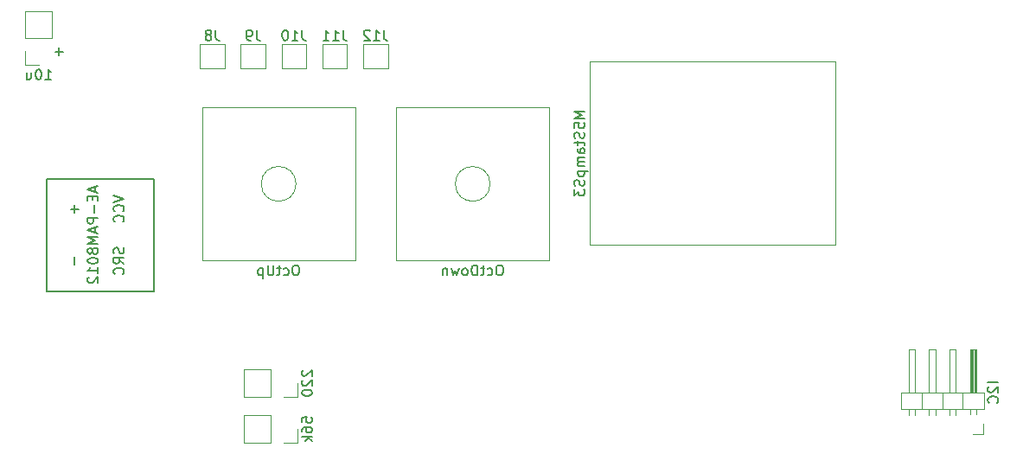
<source format=gbo>
G04 #@! TF.GenerationSoftware,KiCad,Pcbnew,(5.1.8)-1*
G04 #@! TF.CreationDate,2023-04-24T00:28:35+09:00*
G04 #@! TF.ProjectId,windsynth,77696e64-7379-46e7-9468-2e6b69636164,rev?*
G04 #@! TF.SameCoordinates,Original*
G04 #@! TF.FileFunction,Legend,Bot*
G04 #@! TF.FilePolarity,Positive*
%FSLAX46Y46*%
G04 Gerber Fmt 4.6, Leading zero omitted, Abs format (unit mm)*
G04 Created by KiCad (PCBNEW (5.1.8)-1) date 2023-04-24 00:28:35*
%MOMM*%
%LPD*%
G01*
G04 APERTURE LIST*
%ADD10C,0.150000*%
%ADD11C,0.120000*%
G04 APERTURE END LIST*
D10*
X129880952Y-74071428D02*
X129119047Y-74071428D01*
X129500000Y-74452380D02*
X129500000Y-73690476D01*
D11*
G04 #@! TO.C,10u*
X126170000Y-70130000D02*
X128830000Y-70130000D01*
X126170000Y-72730000D02*
X126170000Y-70130000D01*
X128830000Y-72730000D02*
X128830000Y-70130000D01*
X126170000Y-72730000D02*
X128830000Y-72730000D01*
X126170000Y-74000000D02*
X126170000Y-75330000D01*
X126170000Y-75330000D02*
X127500000Y-75330000D01*
G04 #@! TO.C,I2C*
X220000000Y-111500000D02*
X220000000Y-110500000D01*
X219000000Y-111500000D02*
X220000000Y-111500000D01*
X212690000Y-109617886D02*
X212690000Y-109060000D01*
X213310000Y-109617886D02*
X213310000Y-109060000D01*
X212690000Y-103240000D02*
X212690000Y-107440000D01*
X213310000Y-103240000D02*
X212690000Y-103240000D01*
X213310000Y-107440000D02*
X213310000Y-103240000D01*
X214000000Y-109060000D02*
X214000000Y-107440000D01*
X214690000Y-109617886D02*
X214690000Y-109060000D01*
X215310000Y-109617886D02*
X215310000Y-109060000D01*
X214690000Y-103240000D02*
X214690000Y-107440000D01*
X215310000Y-103240000D02*
X214690000Y-103240000D01*
X215310000Y-107440000D02*
X215310000Y-103240000D01*
X216000000Y-109060000D02*
X216000000Y-107440000D01*
X216690000Y-109617886D02*
X216690000Y-109060000D01*
X217310000Y-109617886D02*
X217310000Y-109060000D01*
X216690000Y-103240000D02*
X216690000Y-107440000D01*
X217310000Y-103240000D02*
X216690000Y-103240000D01*
X217310000Y-107440000D02*
X217310000Y-103240000D01*
X218000000Y-109060000D02*
X218000000Y-107440000D01*
X218690000Y-109565000D02*
X218690000Y-109060000D01*
X219310000Y-109565000D02*
X219310000Y-109060000D01*
X218770000Y-107440000D02*
X218770000Y-103240000D01*
X218890000Y-107440000D02*
X218890000Y-103240000D01*
X219010000Y-107440000D02*
X219010000Y-103240000D01*
X219130000Y-107440000D02*
X219130000Y-103240000D01*
X219250000Y-107440000D02*
X219250000Y-103240000D01*
X218690000Y-103240000D02*
X218690000Y-107440000D01*
X219310000Y-103240000D02*
X218690000Y-103240000D01*
X219310000Y-107440000D02*
X219310000Y-103240000D01*
X220060000Y-107440000D02*
X220060000Y-109060000D01*
X211940000Y-107440000D02*
X220060000Y-107440000D01*
X211940000Y-109060000D02*
X211940000Y-107440000D01*
X220060000Y-109060000D02*
X211940000Y-109060000D01*
D10*
G04 #@! TO.C,AE-PAM8012*
X128300000Y-86500000D02*
X128300000Y-97500000D01*
X138800000Y-86500000D02*
X128300000Y-86500000D01*
X138800000Y-97500000D02*
X138800000Y-86500000D01*
X128300000Y-97500000D02*
X138800000Y-97500000D01*
D11*
G04 #@! TO.C,OctDown*
X171700000Y-87000000D02*
G75*
G03*
X171700000Y-87000000I-1700000J0D01*
G01*
X177500000Y-79500000D02*
X177500000Y-94500000D01*
X162500000Y-79500000D02*
X177500000Y-79500000D01*
X162500000Y-94500000D02*
X162500000Y-79500000D01*
X177500000Y-94500000D02*
X162500000Y-94500000D01*
G04 #@! TO.C,OctUp*
X158500000Y-94500000D02*
X143500000Y-94500000D01*
X143500000Y-94500000D02*
X143500000Y-79500000D01*
X143500000Y-79500000D02*
X158500000Y-79500000D01*
X158500000Y-79500000D02*
X158500000Y-94500000D01*
X152700000Y-87000000D02*
G75*
G03*
X152700000Y-87000000I-1700000J0D01*
G01*
G04 #@! TO.C,56k*
X152830000Y-112330000D02*
X152830000Y-111000000D01*
X151500000Y-112330000D02*
X152830000Y-112330000D01*
X150230000Y-112330000D02*
X150230000Y-109670000D01*
X150230000Y-109670000D02*
X147630000Y-109670000D01*
X150230000Y-112330000D02*
X147630000Y-112330000D01*
X147630000Y-112330000D02*
X147630000Y-109670000D01*
G04 #@! TO.C,220*
X152830000Y-107830000D02*
X152830000Y-106500000D01*
X151500000Y-107830000D02*
X152830000Y-107830000D01*
X150230000Y-107830000D02*
X150230000Y-105170000D01*
X150230000Y-105170000D02*
X147630000Y-105170000D01*
X150230000Y-107830000D02*
X147630000Y-107830000D01*
X147630000Y-107830000D02*
X147630000Y-105170000D01*
G04 #@! TO.C,M5StampS3*
X181500000Y-75000000D02*
X181500000Y-93000000D01*
X181500000Y-93000000D02*
X205500000Y-93000000D01*
X205500000Y-93000000D02*
X205500000Y-75000000D01*
X205500000Y-75000000D02*
X181500000Y-75000000D01*
G04 #@! TO.C,J8*
X145700000Y-73300000D02*
X143300000Y-73300000D01*
X143300000Y-73300000D02*
X143300000Y-75700000D01*
X143300000Y-75700000D02*
X145700000Y-75700000D01*
X145700000Y-75700000D02*
X145700000Y-73300000D01*
G04 #@! TO.C,J9*
X149700000Y-75700000D02*
X149700000Y-73300000D01*
X147300000Y-75700000D02*
X149700000Y-75700000D01*
X147300000Y-73300000D02*
X147300000Y-75700000D01*
X149700000Y-73300000D02*
X147300000Y-73300000D01*
G04 #@! TO.C,J10*
X153700000Y-73300000D02*
X151300000Y-73300000D01*
X151300000Y-73300000D02*
X151300000Y-75700000D01*
X151300000Y-75700000D02*
X153700000Y-75700000D01*
X153700000Y-75700000D02*
X153700000Y-73300000D01*
G04 #@! TO.C,J11*
X157700000Y-75700000D02*
X157700000Y-73300000D01*
X155300000Y-75700000D02*
X157700000Y-75700000D01*
X155300000Y-73300000D02*
X155300000Y-75700000D01*
X157700000Y-73300000D02*
X155300000Y-73300000D01*
G04 #@! TO.C,J12*
X161700000Y-73300000D02*
X159300000Y-73300000D01*
X159300000Y-73300000D02*
X159300000Y-75700000D01*
X159300000Y-75700000D02*
X161700000Y-75700000D01*
X161700000Y-75700000D02*
X161700000Y-73300000D01*
G04 #@! TO.C,10u*
D10*
X128142857Y-76782380D02*
X128714285Y-76782380D01*
X128428571Y-76782380D02*
X128428571Y-75782380D01*
X128523809Y-75925238D01*
X128619047Y-76020476D01*
X128714285Y-76068095D01*
X127523809Y-75782380D02*
X127428571Y-75782380D01*
X127333333Y-75830000D01*
X127285714Y-75877619D01*
X127238095Y-75972857D01*
X127190476Y-76163333D01*
X127190476Y-76401428D01*
X127238095Y-76591904D01*
X127285714Y-76687142D01*
X127333333Y-76734761D01*
X127428571Y-76782380D01*
X127523809Y-76782380D01*
X127619047Y-76734761D01*
X127666666Y-76687142D01*
X127714285Y-76591904D01*
X127761904Y-76401428D01*
X127761904Y-76163333D01*
X127714285Y-75972857D01*
X127666666Y-75877619D01*
X127619047Y-75830000D01*
X127523809Y-75782380D01*
X126333333Y-76115714D02*
X126333333Y-76782380D01*
X126761904Y-76115714D02*
X126761904Y-76639523D01*
X126714285Y-76734761D01*
X126619047Y-76782380D01*
X126476190Y-76782380D01*
X126380952Y-76734761D01*
X126333333Y-76687142D01*
G04 #@! TO.C,I2C*
X221452380Y-106423809D02*
X220452380Y-106423809D01*
X220547619Y-106852380D02*
X220500000Y-106900000D01*
X220452380Y-106995238D01*
X220452380Y-107233333D01*
X220500000Y-107328571D01*
X220547619Y-107376190D01*
X220642857Y-107423809D01*
X220738095Y-107423809D01*
X220880952Y-107376190D01*
X221452380Y-106804761D01*
X221452380Y-107423809D01*
X221357142Y-108423809D02*
X221404761Y-108376190D01*
X221452380Y-108233333D01*
X221452380Y-108138095D01*
X221404761Y-107995238D01*
X221309523Y-107900000D01*
X221214285Y-107852380D01*
X221023809Y-107804761D01*
X220880952Y-107804761D01*
X220690476Y-107852380D01*
X220595238Y-107900000D01*
X220500000Y-107995238D01*
X220452380Y-108138095D01*
X220452380Y-108233333D01*
X220500000Y-108376190D01*
X220547619Y-108423809D01*
G04 #@! TO.C,AE-PAM8012*
X133031666Y-87285714D02*
X133031666Y-87761904D01*
X133317380Y-87190476D02*
X132317380Y-87523809D01*
X133317380Y-87857142D01*
X132793571Y-88190476D02*
X132793571Y-88523809D01*
X133317380Y-88666666D02*
X133317380Y-88190476D01*
X132317380Y-88190476D01*
X132317380Y-88666666D01*
X132936428Y-89095238D02*
X132936428Y-89857142D01*
X133317380Y-90333333D02*
X132317380Y-90333333D01*
X132317380Y-90714285D01*
X132365000Y-90809523D01*
X132412619Y-90857142D01*
X132507857Y-90904761D01*
X132650714Y-90904761D01*
X132745952Y-90857142D01*
X132793571Y-90809523D01*
X132841190Y-90714285D01*
X132841190Y-90333333D01*
X133031666Y-91285714D02*
X133031666Y-91761904D01*
X133317380Y-91190476D02*
X132317380Y-91523809D01*
X133317380Y-91857142D01*
X133317380Y-92190476D02*
X132317380Y-92190476D01*
X133031666Y-92523809D01*
X132317380Y-92857142D01*
X133317380Y-92857142D01*
X132745952Y-93476190D02*
X132698333Y-93380952D01*
X132650714Y-93333333D01*
X132555476Y-93285714D01*
X132507857Y-93285714D01*
X132412619Y-93333333D01*
X132365000Y-93380952D01*
X132317380Y-93476190D01*
X132317380Y-93666666D01*
X132365000Y-93761904D01*
X132412619Y-93809523D01*
X132507857Y-93857142D01*
X132555476Y-93857142D01*
X132650714Y-93809523D01*
X132698333Y-93761904D01*
X132745952Y-93666666D01*
X132745952Y-93476190D01*
X132793571Y-93380952D01*
X132841190Y-93333333D01*
X132936428Y-93285714D01*
X133126904Y-93285714D01*
X133222142Y-93333333D01*
X133269761Y-93380952D01*
X133317380Y-93476190D01*
X133317380Y-93666666D01*
X133269761Y-93761904D01*
X133222142Y-93809523D01*
X133126904Y-93857142D01*
X132936428Y-93857142D01*
X132841190Y-93809523D01*
X132793571Y-93761904D01*
X132745952Y-93666666D01*
X132317380Y-94476190D02*
X132317380Y-94571428D01*
X132365000Y-94666666D01*
X132412619Y-94714285D01*
X132507857Y-94761904D01*
X132698333Y-94809523D01*
X132936428Y-94809523D01*
X133126904Y-94761904D01*
X133222142Y-94714285D01*
X133269761Y-94666666D01*
X133317380Y-94571428D01*
X133317380Y-94476190D01*
X133269761Y-94380952D01*
X133222142Y-94333333D01*
X133126904Y-94285714D01*
X132936428Y-94238095D01*
X132698333Y-94238095D01*
X132507857Y-94285714D01*
X132412619Y-94333333D01*
X132365000Y-94380952D01*
X132317380Y-94476190D01*
X133317380Y-95761904D02*
X133317380Y-95190476D01*
X133317380Y-95476190D02*
X132317380Y-95476190D01*
X132460238Y-95380952D01*
X132555476Y-95285714D01*
X132603095Y-95190476D01*
X132412619Y-96142857D02*
X132365000Y-96190476D01*
X132317380Y-96285714D01*
X132317380Y-96523809D01*
X132365000Y-96619047D01*
X132412619Y-96666666D01*
X132507857Y-96714285D01*
X132603095Y-96714285D01*
X132745952Y-96666666D01*
X133317380Y-96095238D01*
X133317380Y-96714285D01*
X135809761Y-93254285D02*
X135857380Y-93397142D01*
X135857380Y-93635238D01*
X135809761Y-93730476D01*
X135762142Y-93778095D01*
X135666904Y-93825714D01*
X135571666Y-93825714D01*
X135476428Y-93778095D01*
X135428809Y-93730476D01*
X135381190Y-93635238D01*
X135333571Y-93444761D01*
X135285952Y-93349523D01*
X135238333Y-93301904D01*
X135143095Y-93254285D01*
X135047857Y-93254285D01*
X134952619Y-93301904D01*
X134905000Y-93349523D01*
X134857380Y-93444761D01*
X134857380Y-93682857D01*
X134905000Y-93825714D01*
X135857380Y-94825714D02*
X135381190Y-94492380D01*
X135857380Y-94254285D02*
X134857380Y-94254285D01*
X134857380Y-94635238D01*
X134905000Y-94730476D01*
X134952619Y-94778095D01*
X135047857Y-94825714D01*
X135190714Y-94825714D01*
X135285952Y-94778095D01*
X135333571Y-94730476D01*
X135381190Y-94635238D01*
X135381190Y-94254285D01*
X135762142Y-95825714D02*
X135809761Y-95778095D01*
X135857380Y-95635238D01*
X135857380Y-95540000D01*
X135809761Y-95397142D01*
X135714523Y-95301904D01*
X135619285Y-95254285D01*
X135428809Y-95206666D01*
X135285952Y-95206666D01*
X135095476Y-95254285D01*
X135000238Y-95301904D01*
X134905000Y-95397142D01*
X134857380Y-95540000D01*
X134857380Y-95635238D01*
X134905000Y-95778095D01*
X134952619Y-95825714D01*
X134857380Y-88126666D02*
X135857380Y-88460000D01*
X134857380Y-88793333D01*
X135762142Y-89698095D02*
X135809761Y-89650476D01*
X135857380Y-89507619D01*
X135857380Y-89412380D01*
X135809761Y-89269523D01*
X135714523Y-89174285D01*
X135619285Y-89126666D01*
X135428809Y-89079047D01*
X135285952Y-89079047D01*
X135095476Y-89126666D01*
X135000238Y-89174285D01*
X134905000Y-89269523D01*
X134857380Y-89412380D01*
X134857380Y-89507619D01*
X134905000Y-89650476D01*
X134952619Y-89698095D01*
X135762142Y-90698095D02*
X135809761Y-90650476D01*
X135857380Y-90507619D01*
X135857380Y-90412380D01*
X135809761Y-90269523D01*
X135714523Y-90174285D01*
X135619285Y-90126666D01*
X135428809Y-90079047D01*
X135285952Y-90079047D01*
X135095476Y-90126666D01*
X135000238Y-90174285D01*
X134905000Y-90269523D01*
X134857380Y-90412380D01*
X134857380Y-90507619D01*
X134905000Y-90650476D01*
X134952619Y-90698095D01*
X131031428Y-94159047D02*
X131031428Y-94920952D01*
X131031428Y-89079047D02*
X131031428Y-89840952D01*
X131412380Y-89460000D02*
X130650476Y-89460000D01*
G04 #@! TO.C,OctDown*
X172738095Y-94952380D02*
X172547619Y-94952380D01*
X172452380Y-95000000D01*
X172357142Y-95095238D01*
X172309523Y-95285714D01*
X172309523Y-95619047D01*
X172357142Y-95809523D01*
X172452380Y-95904761D01*
X172547619Y-95952380D01*
X172738095Y-95952380D01*
X172833333Y-95904761D01*
X172928571Y-95809523D01*
X172976190Y-95619047D01*
X172976190Y-95285714D01*
X172928571Y-95095238D01*
X172833333Y-95000000D01*
X172738095Y-94952380D01*
X171452380Y-95904761D02*
X171547619Y-95952380D01*
X171738095Y-95952380D01*
X171833333Y-95904761D01*
X171880952Y-95857142D01*
X171928571Y-95761904D01*
X171928571Y-95476190D01*
X171880952Y-95380952D01*
X171833333Y-95333333D01*
X171738095Y-95285714D01*
X171547619Y-95285714D01*
X171452380Y-95333333D01*
X171166666Y-95285714D02*
X170785714Y-95285714D01*
X171023809Y-94952380D02*
X171023809Y-95809523D01*
X170976190Y-95904761D01*
X170880952Y-95952380D01*
X170785714Y-95952380D01*
X170452380Y-95952380D02*
X170452380Y-94952380D01*
X170214285Y-94952380D01*
X170071428Y-95000000D01*
X169976190Y-95095238D01*
X169928571Y-95190476D01*
X169880952Y-95380952D01*
X169880952Y-95523809D01*
X169928571Y-95714285D01*
X169976190Y-95809523D01*
X170071428Y-95904761D01*
X170214285Y-95952380D01*
X170452380Y-95952380D01*
X169309523Y-95952380D02*
X169404761Y-95904761D01*
X169452380Y-95857142D01*
X169500000Y-95761904D01*
X169500000Y-95476190D01*
X169452380Y-95380952D01*
X169404761Y-95333333D01*
X169309523Y-95285714D01*
X169166666Y-95285714D01*
X169071428Y-95333333D01*
X169023809Y-95380952D01*
X168976190Y-95476190D01*
X168976190Y-95761904D01*
X169023809Y-95857142D01*
X169071428Y-95904761D01*
X169166666Y-95952380D01*
X169309523Y-95952380D01*
X168642857Y-95285714D02*
X168452380Y-95952380D01*
X168261904Y-95476190D01*
X168071428Y-95952380D01*
X167880952Y-95285714D01*
X167500000Y-95285714D02*
X167500000Y-95952380D01*
X167500000Y-95380952D02*
X167452380Y-95333333D01*
X167357142Y-95285714D01*
X167214285Y-95285714D01*
X167119047Y-95333333D01*
X167071428Y-95428571D01*
X167071428Y-95952380D01*
G04 #@! TO.C,OctUp*
X152785714Y-94952380D02*
X152595238Y-94952380D01*
X152500000Y-95000000D01*
X152404761Y-95095238D01*
X152357142Y-95285714D01*
X152357142Y-95619047D01*
X152404761Y-95809523D01*
X152500000Y-95904761D01*
X152595238Y-95952380D01*
X152785714Y-95952380D01*
X152880952Y-95904761D01*
X152976190Y-95809523D01*
X153023809Y-95619047D01*
X153023809Y-95285714D01*
X152976190Y-95095238D01*
X152880952Y-95000000D01*
X152785714Y-94952380D01*
X151500000Y-95904761D02*
X151595238Y-95952380D01*
X151785714Y-95952380D01*
X151880952Y-95904761D01*
X151928571Y-95857142D01*
X151976190Y-95761904D01*
X151976190Y-95476190D01*
X151928571Y-95380952D01*
X151880952Y-95333333D01*
X151785714Y-95285714D01*
X151595238Y-95285714D01*
X151500000Y-95333333D01*
X151214285Y-95285714D02*
X150833333Y-95285714D01*
X151071428Y-94952380D02*
X151071428Y-95809523D01*
X151023809Y-95904761D01*
X150928571Y-95952380D01*
X150833333Y-95952380D01*
X150500000Y-94952380D02*
X150500000Y-95761904D01*
X150452380Y-95857142D01*
X150404761Y-95904761D01*
X150309523Y-95952380D01*
X150119047Y-95952380D01*
X150023809Y-95904761D01*
X149976190Y-95857142D01*
X149928571Y-95761904D01*
X149928571Y-94952380D01*
X149452380Y-95285714D02*
X149452380Y-96285714D01*
X149452380Y-95333333D02*
X149357142Y-95285714D01*
X149166666Y-95285714D01*
X149071428Y-95333333D01*
X149023809Y-95380952D01*
X148976190Y-95476190D01*
X148976190Y-95761904D01*
X149023809Y-95857142D01*
X149071428Y-95904761D01*
X149166666Y-95952380D01*
X149357142Y-95952380D01*
X149452380Y-95904761D01*
G04 #@! TO.C,56k*
X153282380Y-110357142D02*
X153282380Y-109880952D01*
X153758571Y-109833333D01*
X153710952Y-109880952D01*
X153663333Y-109976190D01*
X153663333Y-110214285D01*
X153710952Y-110309523D01*
X153758571Y-110357142D01*
X153853809Y-110404761D01*
X154091904Y-110404761D01*
X154187142Y-110357142D01*
X154234761Y-110309523D01*
X154282380Y-110214285D01*
X154282380Y-109976190D01*
X154234761Y-109880952D01*
X154187142Y-109833333D01*
X153282380Y-111261904D02*
X153282380Y-111071428D01*
X153330000Y-110976190D01*
X153377619Y-110928571D01*
X153520476Y-110833333D01*
X153710952Y-110785714D01*
X154091904Y-110785714D01*
X154187142Y-110833333D01*
X154234761Y-110880952D01*
X154282380Y-110976190D01*
X154282380Y-111166666D01*
X154234761Y-111261904D01*
X154187142Y-111309523D01*
X154091904Y-111357142D01*
X153853809Y-111357142D01*
X153758571Y-111309523D01*
X153710952Y-111261904D01*
X153663333Y-111166666D01*
X153663333Y-110976190D01*
X153710952Y-110880952D01*
X153758571Y-110833333D01*
X153853809Y-110785714D01*
X154282380Y-111785714D02*
X153282380Y-111785714D01*
X153901428Y-111880952D02*
X154282380Y-112166666D01*
X153615714Y-112166666D02*
X153996666Y-111785714D01*
G04 #@! TO.C,220*
X153377619Y-105261904D02*
X153330000Y-105309523D01*
X153282380Y-105404761D01*
X153282380Y-105642857D01*
X153330000Y-105738095D01*
X153377619Y-105785714D01*
X153472857Y-105833333D01*
X153568095Y-105833333D01*
X153710952Y-105785714D01*
X154282380Y-105214285D01*
X154282380Y-105833333D01*
X153377619Y-106214285D02*
X153330000Y-106261904D01*
X153282380Y-106357142D01*
X153282380Y-106595238D01*
X153330000Y-106690476D01*
X153377619Y-106738095D01*
X153472857Y-106785714D01*
X153568095Y-106785714D01*
X153710952Y-106738095D01*
X154282380Y-106166666D01*
X154282380Y-106785714D01*
X153282380Y-107404761D02*
X153282380Y-107500000D01*
X153330000Y-107595238D01*
X153377619Y-107642857D01*
X153472857Y-107690476D01*
X153663333Y-107738095D01*
X153901428Y-107738095D01*
X154091904Y-107690476D01*
X154187142Y-107642857D01*
X154234761Y-107595238D01*
X154282380Y-107500000D01*
X154282380Y-107404761D01*
X154234761Y-107309523D01*
X154187142Y-107261904D01*
X154091904Y-107214285D01*
X153901428Y-107166666D01*
X153663333Y-107166666D01*
X153472857Y-107214285D01*
X153377619Y-107261904D01*
X153330000Y-107309523D01*
X153282380Y-107404761D01*
G04 #@! TO.C,M5StampS3*
X180952380Y-79904761D02*
X179952380Y-79904761D01*
X180666666Y-80238095D01*
X179952380Y-80571428D01*
X180952380Y-80571428D01*
X179952380Y-81523809D02*
X179952380Y-81047619D01*
X180428571Y-81000000D01*
X180380952Y-81047619D01*
X180333333Y-81142857D01*
X180333333Y-81380952D01*
X180380952Y-81476190D01*
X180428571Y-81523809D01*
X180523809Y-81571428D01*
X180761904Y-81571428D01*
X180857142Y-81523809D01*
X180904761Y-81476190D01*
X180952380Y-81380952D01*
X180952380Y-81142857D01*
X180904761Y-81047619D01*
X180857142Y-81000000D01*
X180904761Y-81952380D02*
X180952380Y-82095238D01*
X180952380Y-82333333D01*
X180904761Y-82428571D01*
X180857142Y-82476190D01*
X180761904Y-82523809D01*
X180666666Y-82523809D01*
X180571428Y-82476190D01*
X180523809Y-82428571D01*
X180476190Y-82333333D01*
X180428571Y-82142857D01*
X180380952Y-82047619D01*
X180333333Y-82000000D01*
X180238095Y-81952380D01*
X180142857Y-81952380D01*
X180047619Y-82000000D01*
X180000000Y-82047619D01*
X179952380Y-82142857D01*
X179952380Y-82380952D01*
X180000000Y-82523809D01*
X180285714Y-82809523D02*
X180285714Y-83190476D01*
X179952380Y-82952380D02*
X180809523Y-82952380D01*
X180904761Y-83000000D01*
X180952380Y-83095238D01*
X180952380Y-83190476D01*
X180952380Y-83952380D02*
X180428571Y-83952380D01*
X180333333Y-83904761D01*
X180285714Y-83809523D01*
X180285714Y-83619047D01*
X180333333Y-83523809D01*
X180904761Y-83952380D02*
X180952380Y-83857142D01*
X180952380Y-83619047D01*
X180904761Y-83523809D01*
X180809523Y-83476190D01*
X180714285Y-83476190D01*
X180619047Y-83523809D01*
X180571428Y-83619047D01*
X180571428Y-83857142D01*
X180523809Y-83952380D01*
X180952380Y-84428571D02*
X180285714Y-84428571D01*
X180380952Y-84428571D02*
X180333333Y-84476190D01*
X180285714Y-84571428D01*
X180285714Y-84714285D01*
X180333333Y-84809523D01*
X180428571Y-84857142D01*
X180952380Y-84857142D01*
X180428571Y-84857142D02*
X180333333Y-84904761D01*
X180285714Y-85000000D01*
X180285714Y-85142857D01*
X180333333Y-85238095D01*
X180428571Y-85285714D01*
X180952380Y-85285714D01*
X180285714Y-85761904D02*
X181285714Y-85761904D01*
X180333333Y-85761904D02*
X180285714Y-85857142D01*
X180285714Y-86047619D01*
X180333333Y-86142857D01*
X180380952Y-86190476D01*
X180476190Y-86238095D01*
X180761904Y-86238095D01*
X180857142Y-86190476D01*
X180904761Y-86142857D01*
X180952380Y-86047619D01*
X180952380Y-85857142D01*
X180904761Y-85761904D01*
X180904761Y-86619047D02*
X180952380Y-86761904D01*
X180952380Y-87000000D01*
X180904761Y-87095238D01*
X180857142Y-87142857D01*
X180761904Y-87190476D01*
X180666666Y-87190476D01*
X180571428Y-87142857D01*
X180523809Y-87095238D01*
X180476190Y-87000000D01*
X180428571Y-86809523D01*
X180380952Y-86714285D01*
X180333333Y-86666666D01*
X180238095Y-86619047D01*
X180142857Y-86619047D01*
X180047619Y-86666666D01*
X180000000Y-86714285D01*
X179952380Y-86809523D01*
X179952380Y-87047619D01*
X180000000Y-87190476D01*
X179952380Y-87523809D02*
X179952380Y-88142857D01*
X180333333Y-87809523D01*
X180333333Y-87952380D01*
X180380952Y-88047619D01*
X180428571Y-88095238D01*
X180523809Y-88142857D01*
X180761904Y-88142857D01*
X180857142Y-88095238D01*
X180904761Y-88047619D01*
X180952380Y-87952380D01*
X180952380Y-87666666D01*
X180904761Y-87571428D01*
X180857142Y-87523809D01*
G04 #@! TO.C,J8*
X144833333Y-71954380D02*
X144833333Y-72668666D01*
X144880952Y-72811523D01*
X144976190Y-72906761D01*
X145119047Y-72954380D01*
X145214285Y-72954380D01*
X144214285Y-72382952D02*
X144309523Y-72335333D01*
X144357142Y-72287714D01*
X144404761Y-72192476D01*
X144404761Y-72144857D01*
X144357142Y-72049619D01*
X144309523Y-72002000D01*
X144214285Y-71954380D01*
X144023809Y-71954380D01*
X143928571Y-72002000D01*
X143880952Y-72049619D01*
X143833333Y-72144857D01*
X143833333Y-72192476D01*
X143880952Y-72287714D01*
X143928571Y-72335333D01*
X144023809Y-72382952D01*
X144214285Y-72382952D01*
X144309523Y-72430571D01*
X144357142Y-72478190D01*
X144404761Y-72573428D01*
X144404761Y-72763904D01*
X144357142Y-72859142D01*
X144309523Y-72906761D01*
X144214285Y-72954380D01*
X144023809Y-72954380D01*
X143928571Y-72906761D01*
X143880952Y-72859142D01*
X143833333Y-72763904D01*
X143833333Y-72573428D01*
X143880952Y-72478190D01*
X143928571Y-72430571D01*
X144023809Y-72382952D01*
G04 #@! TO.C,J9*
X148833333Y-71954380D02*
X148833333Y-72668666D01*
X148880952Y-72811523D01*
X148976190Y-72906761D01*
X149119047Y-72954380D01*
X149214285Y-72954380D01*
X148309523Y-72954380D02*
X148119047Y-72954380D01*
X148023809Y-72906761D01*
X147976190Y-72859142D01*
X147880952Y-72716285D01*
X147833333Y-72525809D01*
X147833333Y-72144857D01*
X147880952Y-72049619D01*
X147928571Y-72002000D01*
X148023809Y-71954380D01*
X148214285Y-71954380D01*
X148309523Y-72002000D01*
X148357142Y-72049619D01*
X148404761Y-72144857D01*
X148404761Y-72382952D01*
X148357142Y-72478190D01*
X148309523Y-72525809D01*
X148214285Y-72573428D01*
X148023809Y-72573428D01*
X147928571Y-72525809D01*
X147880952Y-72478190D01*
X147833333Y-72382952D01*
G04 #@! TO.C,J10*
X153309523Y-71954380D02*
X153309523Y-72668666D01*
X153357142Y-72811523D01*
X153452380Y-72906761D01*
X153595238Y-72954380D01*
X153690476Y-72954380D01*
X152309523Y-72954380D02*
X152880952Y-72954380D01*
X152595238Y-72954380D02*
X152595238Y-71954380D01*
X152690476Y-72097238D01*
X152785714Y-72192476D01*
X152880952Y-72240095D01*
X151690476Y-71954380D02*
X151595238Y-71954380D01*
X151500000Y-72002000D01*
X151452380Y-72049619D01*
X151404761Y-72144857D01*
X151357142Y-72335333D01*
X151357142Y-72573428D01*
X151404761Y-72763904D01*
X151452380Y-72859142D01*
X151500000Y-72906761D01*
X151595238Y-72954380D01*
X151690476Y-72954380D01*
X151785714Y-72906761D01*
X151833333Y-72859142D01*
X151880952Y-72763904D01*
X151928571Y-72573428D01*
X151928571Y-72335333D01*
X151880952Y-72144857D01*
X151833333Y-72049619D01*
X151785714Y-72002000D01*
X151690476Y-71954380D01*
G04 #@! TO.C,J11*
X157309523Y-71954380D02*
X157309523Y-72668666D01*
X157357142Y-72811523D01*
X157452380Y-72906761D01*
X157595238Y-72954380D01*
X157690476Y-72954380D01*
X156309523Y-72954380D02*
X156880952Y-72954380D01*
X156595238Y-72954380D02*
X156595238Y-71954380D01*
X156690476Y-72097238D01*
X156785714Y-72192476D01*
X156880952Y-72240095D01*
X155357142Y-72954380D02*
X155928571Y-72954380D01*
X155642857Y-72954380D02*
X155642857Y-71954380D01*
X155738095Y-72097238D01*
X155833333Y-72192476D01*
X155928571Y-72240095D01*
G04 #@! TO.C,J12*
X161309523Y-71954380D02*
X161309523Y-72668666D01*
X161357142Y-72811523D01*
X161452380Y-72906761D01*
X161595238Y-72954380D01*
X161690476Y-72954380D01*
X160309523Y-72954380D02*
X160880952Y-72954380D01*
X160595238Y-72954380D02*
X160595238Y-71954380D01*
X160690476Y-72097238D01*
X160785714Y-72192476D01*
X160880952Y-72240095D01*
X159928571Y-72049619D02*
X159880952Y-72002000D01*
X159785714Y-71954380D01*
X159547619Y-71954380D01*
X159452380Y-72002000D01*
X159404761Y-72049619D01*
X159357142Y-72144857D01*
X159357142Y-72240095D01*
X159404761Y-72382952D01*
X159976190Y-72954380D01*
X159357142Y-72954380D01*
G04 #@! TD*
M02*

</source>
